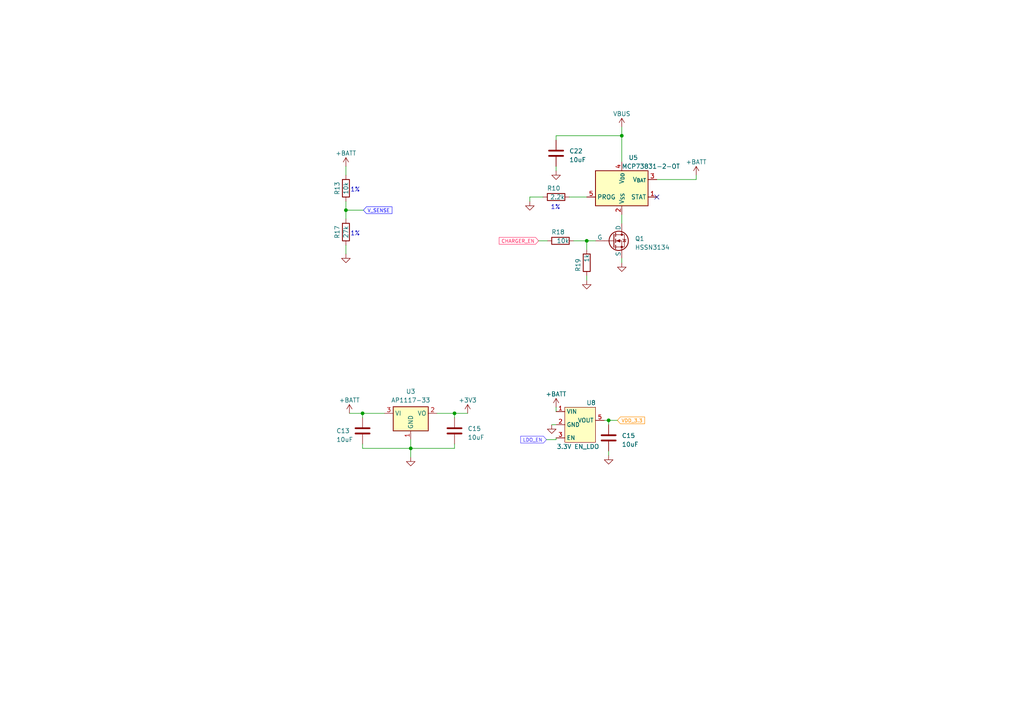
<source format=kicad_sch>
(kicad_sch (version 20230121) (generator eeschema)
  (paper "A4")
  (lib_symbols
    (symbol "Battery_Management:MCP73831-2-OT"
      (property "Reference" "U" (at -7.62 6.35 0))
      (property "Value" "MCP73831-2-OT" (at 1.27 6.35 0))
      (symbol "MCP73831-2-OT_0_1"
        (rectangle (start -7.62 5.08) (end 7.62 -5.08) (stroke (width 0.254)) (fill (type background)))
      )
      (symbol "MCP73831-2-OT_1_1"
        (pin output line (at 10.16 -2.54 180) (length 2.54) (name "STAT") (number "1"))
        (pin power_in line (at 0 -7.62 90) (length 2.54) (name "V_{SS}") (number "2"))
        (pin power_out line (at 10.16 2.54 180) (length 2.54) (name "V_{BAT}") (number "3"))
        (pin power_in line (at 0 7.62 270) (length 2.54) (name "V_{DD}") (number "4"))
        (pin input line (at -10.16 -2.54 0) (length 2.54) (name "PROG") (number "5"))
      )
    )
    (symbol "Device:C" (pin_numbers hide) (pin_names (offset 0.254))
      (property "Reference" "C" (at 0.635 2.54 0))
      (property "Value" "C" (at 0.635 -2.54 0))
      (symbol "C_0_1"
        (polyline (pts (xy -2.032 -0.762) (xy 2.032 -0.762)) (stroke (width 0.508)))
        (polyline (pts (xy -2.032 0.762) (xy 2.032 0.762)) (stroke (width 0.508)))
      )
      (symbol "C_1_1"
        (pin passive line (at 0 3.81 270) (length 2.794) (name "~") (number "1"))
        (pin passive line (at 0 -3.81 90) (length 2.794) (name "~") (number "2"))
      )
    )
    (symbol "Device:R" (pin_numbers hide) (pin_names (offset 0))
      (property "Reference" "R" (at 2.032 0 90))
      (property "Value" "R" (at 0 0 90))
      (symbol "R_0_1"
        (rectangle (start -1.016 -2.54) (end 1.016 2.54) (stroke (width 0.254)))
      )
      (symbol "R_1_1"
        (pin passive line (at 0 3.81 270) (length 1.27) (name "~") (number "1"))
        (pin passive line (at 0 -3.81 90) (length 1.27) (name "~") (number "2"))
      )
    )
    (symbol "PJ9193M33SE:PJ9193_3.3V"
      (property "Reference" "U8" (at 3.81 6.35 0))
      (property "Value" "3.3V EN_LDO" (at 0 -6.35 0))
      (symbol "PJ9193_3.3V_1_1"
        (rectangle (start -3.81 5.08) (end 5.08 -5.08) (fill (type background)))
        (pin input line (at -6.35 3.81 0) (length 2.54) (name "VIN") (number "1"))
        (pin input line (at -6.35 0 0) (length 2.54) (name "GND") (number "2"))
        (pin input line (at -6.35 -3.81 0) (length 2.54) (name "EN") (number "3"))
        (pin input line (at 7.62 1.27 180) (length 2.54) (name "VOUT") (number "5"))
      )
    )
    (symbol "Regulator_Linear:AP1117-33"
      (property "Reference" "U" (at -3.81 3.175 0))
      (property "Value" "AP1117-33" (at 0 3.175 0))
      (symbol "AP1117-33_0_1"
        (rectangle (start -5.08 -5.08) (end 5.08 1.905) (stroke (width 0.254)) (fill (type background)))
      )
      (symbol "AP1117-33_1_1"
        (pin power_in line (at 0 -7.62 90) (length 2.54) (name "GND") (number "1"))
        (pin power_out line (at 7.62 0 180) (length 2.54) (name "VO") (number "2"))
        (pin power_in line (at -7.62 0 0) (length 2.54) (name "VI") (number "3"))
      )
    )
    (symbol "Simulation_SPICE:NMOS" (pin_numbers hide) (pin_names (offset 0))
      (property "Reference" "Q" (at 5.08 1.27 0))
      (property "Value" "NMOS" (at 5.08 -1.27 0))
      (symbol "NMOS_0_1"
        (polyline (pts (xy 0.254 0) (xy -2.54 0)))
        (polyline (pts (xy 0.254 1.905) (xy 0.254 -1.905)) (stroke (width 0.254)))
        (polyline (pts (xy 0.762 -1.27) (xy 0.762 -2.286)) (stroke (width 0.254)))
        (polyline (pts (xy 0.762 0.508) (xy 0.762 -0.508)) (stroke (width 0.254)))
        (polyline (pts (xy 0.762 2.286) (xy 0.762 1.27)) (stroke (width 0.254)))
        (polyline (pts (xy 2.54 2.54) (xy 2.54 1.778)))
        (polyline (pts (xy 2.54 -2.54) (xy 2.54 0) (xy 0.762 0)))
        (polyline (pts (xy 0.762 -1.778) (xy 3.302 -1.778) (xy 3.302 1.778) (xy 0.762 1.778)))
        (polyline (pts (xy 1.016 0) (xy 2.032 0.381) (xy 2.032 -0.381) (xy 1.016 0)) (fill (type outline)))
        (polyline (pts (xy 2.794 0.508) (xy 2.921 0.381) (xy 3.683 0.381) (xy 3.81 0.254)))
        (polyline (pts (xy 3.302 0.381) (xy 2.921 -0.254) (xy 3.683 -0.254) (xy 3.302 0.381)))
        (circle (center 1.651 0) (radius 2.794) (stroke (width 0.254)))
        (circle (center 2.54 -1.778) (radius 0.254) (fill (type outline)))
        (circle (center 2.54 1.778) (radius 0.254) (fill (type outline)))
      )
      (symbol "NMOS_1_1"
        (pin passive line (at 2.54 5.08 270) (length 2.54) (name "D") (number "1"))
        (pin input line (at -5.08 0 0) (length 2.54) (name "G") (number "2"))
        (pin passive line (at 2.54 -5.08 90) (length 2.54) (name "S") (number "3"))
      )
    )
    (symbol "power:+3V3" (power) (pin_names (offset 0))
      (property "Value" "+3V3" (at 0 3.556 0))
      (symbol "+3V3_0_1"
        (polyline (pts (xy -0.762 1.27) (xy 0 2.54)))
        (polyline (pts (xy 0 0) (xy 0 2.54)))
        (polyline (pts (xy 0 2.54) (xy 0.762 1.27)))
      )
      (symbol "+3V3_1_1"
        (pin power_in line (at 0 0 90) (length 0) hide (name "+3V3") (number "1"))
      )
    )
    (symbol "power:+BATT" (power) (pin_names (offset 0))
      (property "Value" "+BATT" (at 0 3.556 0))
      (symbol "+BATT_0_1"
        (polyline (pts (xy -0.762 1.27) (xy 0 2.54)))
        (polyline (pts (xy 0 0) (xy 0 2.54)))
        (polyline (pts (xy 0 2.54) (xy 0.762 1.27)))
      )
      (symbol "+BATT_1_1"
        (pin power_in line (at 0 0 90) (length 0) hide (name "+BATT") (number "1"))
      )
    )
    (symbol "power:GND" (power) (pin_names (offset 0))
      (property "Value" "GND" (at 0 -3.81 0))
      (symbol "GND_0_1"
        (polyline (pts (xy 0 0) (xy 0 -1.27) (xy 1.27 -1.27) (xy 0 -2.54) (xy -1.27 -1.27) (xy 0 -1.27)))
      )
      (symbol "GND_1_1"
        (pin power_in line (at 0 0 270) (length 0) hide (name "GND") (number "1"))
      )
    )
    (symbol "power:VBUS" (power) (pin_names (offset 0))
      (property "Value" "VBUS" (at 0 3.81 0))
      (symbol "VBUS_0_1"
        (polyline (pts (xy -0.762 1.27) (xy 0 2.54)))
        (polyline (pts (xy 0 0) (xy 0 2.54)))
        (polyline (pts (xy 0 2.54) (xy 0.762 1.27)))
      )
      (symbol "VBUS_1_1"
        (pin power_in line (at 0 0 90) (length 0) hide (name "VBUS") (number "1"))
      )
    )
  )
  (junction (at 119.126 130.048))
  (junction (at 105.156 119.888))
  (junction (at 176.53 121.92))
  (junction (at 170.18 69.85))
  (junction (at 180.34 39.37))
  (junction (at 100.33 60.96))
  (junction (at 131.826 119.888))
  (no_connect (at 190.5 57.15))
  (wire (pts (xy 165.1 57.15) (xy 170.18 57.15)))
  (wire (pts (xy 161.29 39.37) (xy 161.29 40.64)))
  (wire (pts (xy 170.18 69.85) (xy 172.72 69.85)))
  (wire (pts (xy 105.156 119.888) (xy 111.506 119.888)))
  (wire (pts (xy 100.33 58.42) (xy 100.33 60.96)))
  (wire (pts (xy 156.21 69.85) (xy 158.75 69.85)))
  (wire (pts (xy 176.53 121.92) (xy 179.07 121.92)))
  (wire (pts (xy 190.5 52.07) (xy 201.93 52.07)))
  (wire (pts (xy 176.53 130.81) (xy 176.53 132.08)))
  (wire (pts (xy 119.126 130.048) (xy 131.826 130.048)))
  (wire (pts (xy 126.746 119.888) (xy 131.826 119.888)))
  (wire (pts (xy 180.34 36.83) (xy 180.34 39.37)))
  (wire (pts (xy 153.67 57.15) (xy 157.48 57.15)))
  (wire (pts (xy 180.34 39.37) (xy 180.34 46.99)))
  (wire (pts (xy 105.156 121.158) (xy 105.156 119.888)))
  (wire (pts (xy 161.29 39.37) (xy 180.34 39.37)))
  (wire (pts (xy 131.826 119.888) (xy 131.826 121.158)))
  (wire (pts (xy 119.126 130.048) (xy 119.126 132.588)))
  (wire (pts (xy 105.156 130.048) (xy 119.126 130.048)))
  (wire (pts (xy 161.29 119.38) (xy 161.29 118.11)))
  (wire (pts (xy 105.41 60.96) (xy 100.33 60.96)))
  (wire (pts (xy 180.34 64.77) (xy 180.34 62.23)))
  (wire (pts (xy 170.18 80.01) (xy 170.18 81.28)))
  (wire (pts (xy 170.18 72.39) (xy 170.18 69.85)))
  (wire (pts (xy 100.33 60.96) (xy 100.33 63.5)))
  (wire (pts (xy 100.33 73.66) (xy 100.33 71.12)))
  (wire (pts (xy 135.636 119.888) (xy 131.826 119.888)))
  (wire (pts (xy 119.126 127.508) (xy 119.126 130.048)))
  (wire (pts (xy 131.826 130.048) (xy 131.826 128.778)))
  (wire (pts (xy 201.93 52.07) (xy 201.93 50.8)))
  (wire (pts (xy 176.53 123.19) (xy 176.53 121.92)))
  (wire (pts (xy 176.53 121.92) (xy 175.26 121.92)))
  (wire (pts (xy 158.496 127.508) (xy 161.29 127.508)))
  (wire (pts (xy 166.37 69.85) (xy 170.18 69.85)))
  (wire (pts (xy 100.33 48.26) (xy 100.33 50.8)))
  (wire (pts (xy 161.29 127.508) (xy 161.29 127)))
  (wire (pts (xy 160.02 123.19) (xy 161.29 123.19)))
  (wire (pts (xy 153.67 58.42) (xy 153.67 57.15)))
  (wire (pts (xy 161.29 49.53) (xy 161.29 48.26)))
  (wire (pts (xy 105.156 130.048) (xy 105.156 128.778)))
  (wire (pts (xy 180.34 76.2) (xy 180.34 74.93)))
  (wire (pts (xy 101.346 119.888) (xy 105.156 119.888)))
  (text "1%" (at 101.6 68.58 0) (effects (font (size 1.27 1.27)) (justify left bottom)))
  (text "1%" (at 162.56 60.96 0) (effects (font (size 1.27 1.27)) (justify right bottom)))
  (text "1%" (at 101.6 55.88 0) (effects (font (size 1.27 1.27)) (justify left bottom)))
  (global_label "LDO_EN" (shape input) (at 158.496 127.508 180) (effects (font (size 1 1))) (property "Intersheetrefs" "${INTERSHEET_REFS}" (effects hide)))
  (global_label "VDD_3.3" (shape input) (at 179.07 121.92 0) (effects (font (size 1 1))) (property "Intersheetrefs" "${INTERSHEET_REFS}" (effects hide)))
  (global_label "CHARGER_EN" (shape input) (at 156.21 69.85 180) (effects (font (size 1 1))) (property "Intersheetrefs" "${INTERSHEET_REFS}" (effects hide)))
  (global_label "V_SENSE" (shape input) (at 105.41 60.96 0) (effects (font (size 1 1))) (property "Intersheetrefs" "${INTERSHEET_REFS}" (effects hide)))
  (symbol (lib_id "Device:R") (at 161.29 57.15 90) (unit 1)
    (property "Reference" "R10" (at 162.56 54.61 90) (effects (justify left)))
    (property "Value" "2.2k" (at 163.83 57.15 90) (effects (justify left)))
  )
  (symbol (lib_id "PJ9193M33SE:PJ9193_3.3V") (at 167.64 123.19 0) (unit 1)
    (property "Reference" "U8" (at 171.45 116.84 0))
    (property "Value" "3.3V EN_LDO" (at 167.64 129.54 0))
    (property "Footprint" "Package_TO_SOT_SMD:SOT-23-5" (effects hide))
  )
  (symbol (lib_id "power:+BATT") (at 100.33 48.26 0) (unit 1)
    (property "Reference" "#PWR045" (effects hide))
    (property "Value" "+BATT" (at 100.33 44.45 0))
  )
  (symbol (lib_id "Regulator_Linear:AP1117-33") (at 119.126 119.888 0) (unit 1)
    (property "Reference" "U3" (at 119.126 113.538 0))
    (property "Value" "AP1117-33" (at 119.126 116.078 0))
    (property "Footprint" "Package_TO_SOT_SMD:SOT-89-3_Handsoldering" (effects hide))
    (property "Datasheet" "http://www.diodes.com/datasheets/AP1117.pdf" (effects hide))
    (instances (project "RP2040_SOS_band" (path "" (reference "U3") (unit 1)) (path "" (reference "U2") (unit 1)) (path "" (reference "U2") (unit 1))))
  )
  (symbol (lib_id "Simulation_SPICE:NMOS") (at 177.8 69.85 0) (unit 1)
    (property "Reference" "Q1" (at 184.15 69.215 0) (effects (justify left)))
    (property "Value" "HSSN3134" (at 184.15 71.755 0) (effects (justify left)))
    (property "Datasheet" "https://ngspice.sourceforge.io/docs/ngspice-manual.pdf" (effects hide))
    (property "Sim.Device" "NMOS" (effects hide))
    (property "Sim.Type" "VDMOS" (effects hide))
    (property "Sim.Pins" "1=D 2=G 3=S" (effects hide))
  )
  (symbol (lib_id "Device:R") (at 170.18 76.2 180) (unit 1)
    (property "Reference" "R19" (at 167.64 74.93 90) (effects (justify left)))
    (property "Value" "1k" (at 170.18 73.66 90) (effects (justify left)))
  )
  (symbol (lib_id "power:GND") (at 100.33 73.66 0) (unit 1)
    (property "Reference" "#PWR046" (effects hide))
    (property "Value" "GND" (effects hide))
  )
  (symbol (lib_id "power:VBUS") (at 180.34 36.83 0) (unit 1)
    (property "Reference" "#PWR04" (effects hide))
    (property "Value" "VBUS" (at 180.34 33.02 0))
    (instances (project "RP2040_SOS_band" (path "" (reference "#PWR04") (unit 1)) (path "" (reference "#PWR018") (unit 1)) (path "" (reference "#PWR042") (unit 1))))
  )
  (symbol (lib_id "Device:R") (at 100.33 67.31 0) (unit 1)
    (property "Reference" "R17" (at 97.79 67.31 90))
    (property "Value" "27k" (at 100.33 67.31 90))
  )
  (symbol (lib_id "power:+BATT") (at 101.346 119.888 0) (unit 1)
    (property "Reference" "#PWR010" (effects hide))
    (property "Value" "+BATT" (at 101.346 116.078 0))
  )
  (symbol (lib_id "Device:R") (at 162.56 69.85 90) (unit 1)
    (property "Reference" "R18" (at 163.83 67.31 90) (effects (justify left)))
    (property "Value" "10k" (at 165.1 69.85 90) (effects (justify left)))
  )
  (symbol (lib_id "power:GND") (at 153.67 58.42 0) (unit 1)
    (property "Reference" "#PWR047" (effects hide))
    (property "Value" "GND" (effects hide))
  )
  (symbol (lib_id "power:GND") (at 180.34 76.2 0) (unit 1)
    (property "Reference" "#PWR048" (effects hide))
    (property "Value" "GND" (effects hide))
  )
  (symbol (lib_id "power:GND") (at 160.02 123.19 0) (unit 1)
    (property "Reference" "#PWR018" (effects hide))
    (property "Value" "GND" (effects hide))
    (instances (project "RP2040_SOS_band" (path "" (reference "#PWR018") (unit 1)) (path "" (reference "#PWR011") (unit 1)) (path "" (reference "#PWR055") (unit 1))))
  )
  (symbol (lib_id "power:GND") (at 119.126 132.588 0) (unit 1)
    (property "Reference" "#PWR018" (effects hide))
    (property "Value" "GND" (effects hide))
    (instances (project "RP2040_SOS_band" (path "" (reference "#PWR018") (unit 1)) (path "" (reference "#PWR011") (unit 1)) (path "" (reference "#PWR011") (unit 1))))
  )
  (symbol (lib_id "Device:R") (at 100.33 54.61 0) (unit 1)
    (property "Reference" "R13" (at 97.79 54.61 90))
    (property "Value" "10k" (at 100.33 54.61 90))
  )
  (symbol (lib_id "Device:C") (at 176.53 127 0) (unit 1)
    (property "Reference" "C15" (at 180.34 126.365 0) (effects (justify left)))
    (property "Value" "10uF" (at 180.34 128.905 0) (effects (justify left)))
    (property "Footprint" "Capacitor_SMD:C_1206_3216Metric_Pad1.33x1.80mm_HandSolder" (effects hide))
    (instances (project "RP2040_SOS_band" (path "" (reference "C15") (unit 1)) (path "" (reference "C11") (unit 1)) (path "" (reference "C23") (unit 1))))
  )
  (symbol (lib_id "power:GND") (at 170.18 81.28 0) (unit 1)
    (property "Reference" "#PWR050" (effects hide))
    (property "Value" "GND" (effects hide))
  )
  (symbol (lib_id "power:+BATT") (at 201.93 50.8 0) (unit 1)
    (property "Reference" "#PWR049" (effects hide))
    (property "Value" "+BATT" (at 201.93 46.99 0))
  )
  (symbol (lib_id "power:+3V3") (at 135.636 119.888 0) (unit 1)
    (property "Reference" "#PWR020" (effects hide))
    (property "Value" "+3V3" (at 135.636 116.078 0))
    (instances (project "RP2040_SOS_band" (path "" (reference "#PWR020") (unit 1)) (path "" (reference "#PWR013") (unit 1)) (path "" (reference "#PWR013") (unit 1))))
  )
  (symbol (lib_id "power:GND") (at 161.29 49.53 0) (unit 1)
    (property "Reference" "#PWR043" (effects hide))
    (property "Value" "GND" (effects hide))
  )
  (symbol (lib_id "Device:C") (at 105.156 124.968 0) (unit 1)
    (property "Reference" "C13" (at 97.536 124.968 0) (effects (justify left)))
    (property "Value" "10uF" (at 97.536 127.508 0) (effects (justify left)))
    (property "Footprint" "Capacitor_SMD:C_1206_3216Metric_Pad1.33x1.80mm_HandSolder" (effects hide))
    (instances (project "RP2040_SOS_band" (path "" (reference "C13") (unit 1)) (path "" (reference "C10") (unit 1)) (path "" (reference "C10") (unit 1))))
  )
  (symbol (lib_id "power:GND") (at 176.53 132.08 0) (unit 1)
    (property "Reference" "#PWR018" (effects hide))
    (property "Value" "GND" (effects hide))
    (instances (project "RP2040_SOS_band" (path "" (reference "#PWR018") (unit 1)) (path "" (reference "#PWR011") (unit 1)) (path "" (reference "#PWR056") (unit 1))))
  )
  (symbol (lib_id "power:+BATT") (at 161.29 118.11 0) (unit 1)
    (property "Reference" "#PWR054" (effects hide))
    (property "Value" "+BATT" (at 161.29 114.3 0))
  )
  (symbol (lib_id "Battery_Management:MCP73831-2-OT") (at 180.34 54.61 0) (unit 1)
    (property "Reference" "U5" (at 182.2959 45.72 0) (effects (justify left)))
    (property "Value" "MCP73831-2-OT" (at 180.34 48.26 0) (effects (justify left)))
    (property "Footprint" "Package_TO_SOT_SMD:SOT-23-5" (effects hide))
    (property "Datasheet" "http://ww1.microchip.com/downloads/en/DeviceDoc/20001984g.pdf" (effects hide))
  )
  (symbol (lib_id "Device:C") (at 131.826 124.968 0) (unit 1)
    (property "Reference" "C15" (at 135.636 124.333 0) (effects (justify left)))
    (property "Value" "10uF" (at 135.636 126.873 0) (effects (justify left)))
    (property "Footprint" "Capacitor_SMD:C_1206_3216Metric_Pad1.33x1.80mm_HandSolder" (effects hide))
    (instances (project "RP2040_SOS_band" (path "" (reference "C15") (unit 1)) (path "" (reference "C11") (unit 1)) (path "" (reference "C11") (unit 1))))
  )
  (symbol (lib_id "Device:C") (at 161.29 44.45 180) (unit 1)
    (property "Reference" "C22" (at 165.1 43.815 0) (effects (justify right)))
    (property "Value" "10uF" (at 165.1 46.355 0) (effects (justify right)))
  )
)
</source>
